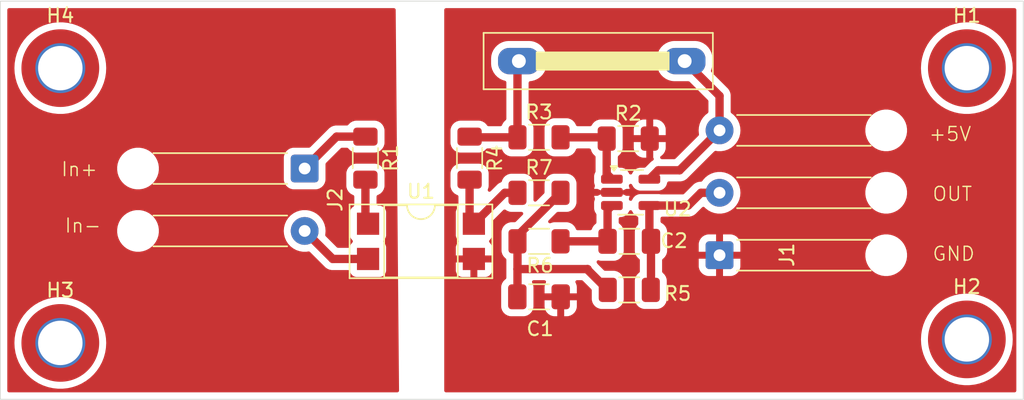
<source format=kicad_pcb>
(kicad_pcb (version 20240108) (generator "pcbnew") (generator_version "8.0")
  (title_block (title "PWM to 0-5Vdc converter") (date "2025-02-03") (comment 1 "Author: Bruno Schwander") (comment 2 "adjust R1 if fan input is different voltage") (comment 3 "by common low frequency 12V PWM fan output of 3Dprinter boards") (comment 4 "intended to be used to speed-control BLDC hair drier fan"))
  (layers (0 "F.Cu" signal) (31 "B.Cu" signal) (34 "B.Paste" user) (35 "F.Paste" user) (36 "B.SilkS" user "B.Silkscreen") (37 "F.SilkS" user "F.Silkscreen") (38 "B.Mask" user) (39 "F.Mask" user) (44 "Edge.Cuts" user))
  (net 0 "")
  (net 1 "GND")
  (net 2 "Net-(C1-Pad1)")
  (net 3 "Net-(U2--)")
  (net 4 "Net-(J1-Pin_2)")
  (net 5 "VCC")
  (net 6 "Net-(J2-Pin_2)")
  (net 7 "Net-(J2-Pin_1)")
  (net 8 "Net-(R1-Pad2)")
  (net 9 "Net-(U2-+)")
  (net 10 "Net-(R4-Pad2)")
  (footprint "Resistor_SMD:R_1206_3216Metric_Pad1.30x1.75mm_HandSolder" (layer "F.Cu") (at 103.075 67.8)
    (property "Reference" "R7" (at 0 -1.82 0) (layer "F.SilkS"))
    (property "Value" "150k" (hide yes))
    (fp_line (start -0.727064 -0.91) (end 0.727064 -0.91) (stroke (width 0.12)) (layer "F.SilkS"))
    (fp_line (start -0.727064 0.91) (end 0.727064 0.91) (stroke (width 0.12)) (layer "F.SilkS"))
    (pad "1" smd roundrect (at -1.55 0) (size 1.3 1.75) (layers "F.Cu" "F.Paste" "F.Mask") (roundrect_rratio 0.192308) (net 10 "Net-(R4-Pad2)"))
    (pad "2" smd roundrect (at 1.55 0) (size 1.3 1.75) (layers "F.Cu" "F.Paste" "F.Mask") (roundrect_rratio 0.192308) (net 2 "Net-(C1-Pad1)"))
  )
  (footprint "MountingHole:MountingHole_3.2mm_M3_DIN965_Pad_TopOnly" (layer "F.Cu") (at 68.605 58.812)
    (property "Reference" "H4" (at 0 -3.8 0) (layer "F.SilkS"))
    (property "Value" "MountingHole_Pad_MP" (hide yes))
    (pad "1" thru_hole circle (at 0 0) (size 3.6 3.6) (drill 3.2) (layers "*.Cu" "*.Mask"))
    (pad "1" connect circle (at 0 0) (size 5.6 5.6) (layers "F.Cu" "F.Mask"))
  )
  (footprint "Resistor_SMD:R_1206_3216Metric_Pad1.30x1.75mm_HandSolder" (layer "F.Cu") (at 103.075 63.8)
    (property "Reference" "R3" (at 0 -1.82 0) (layer "F.SilkS"))
    (property "Value" "100k" (hide yes))
    (fp_line (start -0.727064 -0.91) (end 0.727064 -0.91) (stroke (width 0.12)) (layer "F.SilkS"))
    (fp_line (start -0.727064 0.91) (end 0.727064 0.91) (stroke (width 0.12)) (layer "F.SilkS"))
    (pad "1" smd roundrect (at -1.55 0) (size 1.3 1.75) (layers "F.Cu" "F.Paste" "F.Mask") (roundrect_rratio 0.192308) (net 5 "VCC"))
    (pad "2" smd roundrect (at 1.55 0) (size 1.3 1.75) (layers "F.Cu" "F.Paste" "F.Mask") (roundrect_rratio 0.192308) (net 9 "Net-(U2-+)"))
  )
  (footprint "MountingHole:MountingHole_3.2mm_M3_DIN965_Pad_TopOnly" (layer "F.Cu") (at 68.605 78.624)
    (property "Reference" "H3" (at 0 -3.8 0) (layer "F.SilkS"))
    (property "Value" "MountingHole_Pad_MP" (hide yes))
    (pad "1" thru_hole circle (at 0 0) (size 3.6 3.6) (drill 3.2) (layers "*.Cu" "*.Mask"))
    (pad "1" connect circle (at 0 0) (size 5.6 5.6) (layers "F.Cu" "F.Mask"))
  )
  (footprint "Resistor_SMD:R_1206_3216Metric_Pad1.30x1.75mm_HandSolder" (layer "F.Cu") (at 109.575 74.8)
    (property "Reference" "R5" (at 3.48 0.268 0) (layer "F.SilkS"))
    (property "Value" "150k" (hide yes))
    (fp_line (start -0.727064 -0.91) (end 0.727064 -0.91) (stroke (width 0.12)) (layer "F.SilkS"))
    (fp_line (start -0.727064 0.91) (end 0.727064 0.91) (stroke (width 0.12)) (layer "F.SilkS"))
    (pad "1" smd roundrect (at -1.55 0) (size 1.3 1.75) (layers "F.Cu" "F.Paste" "F.Mask") (roundrect_rratio 0.192308) (net 2 "Net-(C1-Pad1)"))
    (pad "2" smd roundrect (at 1.55 0) (size 1.3 1.75) (layers "F.Cu" "F.Paste" "F.Mask") (roundrect_rratio 0.192308) (net 4 "Net-(J1-Pin_2)"))
  )
  (footprint "Resistor_SMD:R_1206_3216Metric_Pad1.30x1.75mm_HandSolder" (layer "F.Cu") (at 109.499 63.892)
    (property "Reference" "R2" (at 0 -1.82 0) (layer "F.SilkS"))
    (property "Value" "100k" (hide yes))
    (fp_line (start -0.727064 -0.91) (end 0.727064 -0.91) (stroke (width 0.12)) (layer "F.SilkS"))
    (fp_line (start -0.727064 0.91) (end 0.727064 0.91) (stroke (width 0.12)) (layer "F.SilkS"))
    (pad "1" smd roundrect (at -1.55 0) (size 1.3 1.75) (layers "F.Cu" "F.Paste" "F.Mask") (roundrect_rratio 0.192308) (net 9 "Net-(U2-+)"))
    (pad "2" smd roundrect (at 1.55 0) (size 1.3 1.75) (layers "F.Cu" "F.Paste" "F.Mask") (roundrect_rratio 0.192308) (net 1 "GND"))
  )
  (footprint "Connector_Wire:SolderWire-0.25sqmm_1x03_P4.5mm_D0.65mm_OD2mm_Relief" (layer "F.Cu") (at 116.075 72.3 90)
    (property "Reference" "J1" (at 0.026 4.854 90) (layer "F.SilkS"))
    (property "Value" "Conn_01x03_Socket")
    (fp_line (start 10.11 1.26) (end 10.11 10.89) (stroke (width 0.12)) (layer "F.SilkS"))
    (fp_line (start 7.89 1.26) (end 7.89 10.89) (stroke (width 0.12)) (layer "F.SilkS"))
    (fp_line (start 5.61 1.26) (end 5.61 10.89) (stroke (width 0.12)) (layer "F.SilkS"))
    (fp_line (start 3.39 1.26) (end 3.39 10.89) (stroke (width 0.12)) (layer "F.SilkS"))
    (fp_line (start 1.11 1.26) (end 1.11 10.89) (stroke (width 0.12)) (layer "F.SilkS"))
    (fp_line (start -1.11 1.26) (end -1.11 10.89) (stroke (width 0.12)) (layer "F.SilkS"))
    (pad "" np_thru_hole circle (at 0 12 90) (size 2.5 2.5) (drill 2.5) (layers "*.Cu" "*.Mask"))
    (pad "" np_thru_hole circle (at 4.5 12 90) (size 2.5 2.5) (drill 2.5) (layers "*.Cu" "*.Mask"))
    (pad "" np_thru_hole circle (at 9 12 90) (size 2.5 2.5) (drill 2.5) (layers "*.Cu" "*.Mask"))
    (pad "1" thru_hole roundrect (at 0 0 90) (size 2 2) (drill 0.85) (layers "*.Cu" "*.Mask") (roundrect_rratio 0.125) (net 1 "GND"))
    (pad "2" thru_hole circle (at 4.5 0 90) (size 2 2) (drill 0.85) (layers "*.Cu" "*.Mask") (net 4 "Net-(J1-Pin_2)"))
    (pad "3" thru_hole circle (at 9 0 90) (size 2 2) (drill 0.85) (layers "*.Cu" "*.Mask") (net 5 "VCC"))
  )
  (footprint "kicad_libraries:Jumper-Wire_12mm_Blue" (layer "F.Cu") (at 101.625 58.304)
    (property "Reference" "JP1" (hide yes))
    (property "Value" "Jumper_2_Bridged")
    (fp_line (start -2.54 -2.032) (end 13.97 -2.032) (stroke (width 0.12)) (layer "F.SilkS"))
    (fp_line (start -2.54 2.032) (end -2.54 -2.032) (stroke (width 0.12)) (layer "F.SilkS"))
    (fp_line (start 13.97 -2.032) (end 13.97 2.032) (stroke (width 0.12)) (layer "F.SilkS"))
    (fp_line (start 13.97 2.032) (end -2.54 2.032) (stroke (width 0.12)) (layer "F.SilkS"))
    (fp_poly (pts (xy 10.795 0.635) (xy 1.27 0.635) (xy 1.27 -0.635) (xy 10.795 -0.635)) (stroke (width 0.1)) (fill solid) (layer "F.SilkS"))
    (pad "1" thru_hole roundrect (at 0 0) (size 3 1.9) (drill 1) (layers "*.Cu") (roundrect_rratio 0.421) (net 5 "VCC"))
    (pad "2" thru_hole roundrect (at 11.938 0) (size 3 1.9) (drill 1) (layers "*.Cu") (roundrect_rratio 0.421) (net 5 "VCC"))
  )
  (footprint "MountingHole:MountingHole_3.2mm_M3_DIN965_Pad_TopOnly" (layer "F.Cu") (at 133.883 58.812)
    (property "Reference" "H1" (at 0 -3.8 0) (layer "F.SilkS"))
    (property "Value" "MountingHole_Pad_MP" (hide yes))
    (pad "1" thru_hole circle (at 0 0) (size 3.6 3.6) (drill 3.2) (layers "*.Cu" "*.Mask"))
    (pad "1" connect circle (at 0 0) (size 5.6 5.6) (layers "F.Cu" "F.Mask"))
  )
  (footprint "MountingHole:MountingHole_3.2mm_M3_DIN965_Pad_TopOnly" (layer "F.Cu") (at 133.883 78.37)
    (property "Reference" "H2" (at 0 -3.8 0) (layer "F.SilkS"))
    (property "Value" "MountingHole_Pad_MP" (hide yes))
    (pad "1" thru_hole circle (at 0 0) (size 3.6 3.6) (drill 3.2) (layers "*.Cu" "*.Mask"))
    (pad "1" connect circle (at 0 0) (size 5.6 5.6) (layers "F.Cu" "F.Mask"))
  )
  (footprint "Resistor_SMD:R_1206_3216Metric_Pad1.30x1.75mm_HandSolder" (layer "F.Cu") (at 90.575 65.3 -90)
    (property "Reference" "R1" (at 0 -1.82 90) (layer "F.SilkS"))
    (property "Value" "550" (hide yes))
    (fp_line (start -0.727064 0.91) (end 0.727064 0.91) (stroke (width 0.12)) (layer "F.SilkS"))
    (fp_line (start -0.727064 -0.91) (end 0.727064 -0.91) (stroke (width 0.12)) (layer "F.SilkS"))
    (pad "1" smd roundrect (at -1.55 0 270) (size 1.3 1.75) (layers "F.Cu" "F.Paste" "F.Mask") (roundrect_rratio 0.192308) (net 7 "Net-(J2-Pin_1)"))
    (pad "2" smd roundrect (at 1.55 0 270) (size 1.3 1.75) (layers "F.Cu" "F.Paste" "F.Mask") (roundrect_rratio 0.192308) (net 8 "Net-(R1-Pad2)"))
  )
  (footprint "Capacitor_SMD:C_1206_3216Metric_Pad1.33x1.80mm_HandSolder" (layer "F.Cu") (at 109.575 71.3)
    (property "Reference" "C2" (at 3.226 -0.042 0) (layer "F.SilkS"))
    (property "Value" "68nF" (hide yes))
    (fp_line (start -0.711252 -0.91) (end 0.711252 -0.91) (stroke (width 0.12)) (layer "F.SilkS"))
    (fp_line (start -0.711252 0.91) (end 0.711252 0.91) (stroke (width 0.12)) (layer "F.SilkS"))
    (pad "1" smd roundrect (at -1.5625 0) (size 1.325 1.8) (layers "F.Cu" "F.Paste" "F.Mask") (roundrect_rratio 0.188679) (net 3 "Net-(U2--)"))
    (pad "2" smd roundrect (at 1.5625 0) (size 1.325 1.8) (layers "F.Cu" "F.Paste" "F.Mask") (roundrect_rratio 0.188679) (net 4 "Net-(J1-Pin_2)"))
  )
  (footprint "Package_TO_SOT_SMD:SOT-23-5_HandSoldering" (layer "F.Cu") (at 109.673 67.768)
    (property "Reference" "U2" (at 3.382 1.204 0) (layer "F.SilkS"))
    (property "Value" "LMV321")
    (fp_line (start -0.9 1.61) (end 0.9 1.61) (stroke (width 0.12)) (layer "F.SilkS"))
    (fp_line (start 0.1 -1.61) (end -0.7 -1.61) (stroke (width 0.12)) (layer "F.SilkS"))
    (fp_line (start 0.1 -1.61) (end 0.9 -1.61) (stroke (width 0.12)) (layer "F.SilkS"))
    (fp_poly (pts (xy -1.2 -1.56) (xy -1.44 -1.89) (xy -0.96 -1.89) (xy -1.2 -1.56)) (stroke (width 0.12)) (fill solid) (layer "F.SilkS"))
    (pad "1" smd roundrect (at -1.35 -0.95) (size 1.56 0.65) (layers "F.Cu" "F.Paste" "F.Mask") (net 9 "Net-(U2-+)"))
    (pad "2" smd roundrect (at -1.35 0) (size 1.56 0.65) (layers "F.Cu" "F.Paste" "F.Mask") (net 1 "GND"))
    (pad "3" smd roundrect (at -1.35 0.95) (size 1.56 0.65) (layers "F.Cu" "F.Paste" "F.Mask") (net 3 "Net-(U2--)"))
    (pad "4" smd roundrect (at 1.35 0.95) (size 1.56 0.65) (layers "F.Cu" "F.Paste" "F.Mask") (net 4 "Net-(J1-Pin_2)"))
    (pad "5" smd roundrect (at 1.35 -0.95) (size 1.56 0.65) (layers "F.Cu" "F.Paste" "F.Mask") (net 5 "VCC"))
  )
  (footprint "Resistor_SMD:R_1206_3216Metric_Pad1.30x1.75mm_HandSolder" (layer "F.Cu") (at 103.075 71.3)
    (property "Reference" "R6" (at 0.074 1.736 0) (layer "F.SilkS"))
    (property "Value" "82k" (hide yes))
    (fp_line (start -0.727064 -0.91) (end 0.727064 -0.91) (stroke (width 0.12)) (layer "F.SilkS"))
    (fp_line (start -0.727064 0.91) (end 0.727064 0.91) (stroke (width 0.12)) (layer "F.SilkS"))
    (pad "1" smd roundrect (at -1.55 0) (size 1.3 1.75) (layers "F.Cu" "F.Paste" "F.Mask") (roundrect_rratio 0.192308) (net 2 "Net-(C1-Pad1)"))
    (pad "2" smd roundrect (at 1.55 0) (size 1.3 1.75) (layers "F.Cu" "F.Paste" "F.Mask") (roundrect_rratio 0.192308) (net 3 "Net-(U2--)"))
  )
  (footprint "Package_DIP:DIP-4_W7.62mm_SMDSocket_SmallPads" (layer "F.Cu") (at 94.575 71.3)
    (property "Reference" "U1" (at 0 -3.6 0) (layer "F.SilkS"))
    (property "Value" "EL817")
    (fp_line (start -5.14 -2.66) (end -5.14 2.66) (stroke (width 0.12)) (layer "F.SilkS"))
    (fp_line (start -5.14 2.66) (end 5.14 2.66) (stroke (width 0.12)) (layer "F.SilkS"))
    (fp_line (start -2.65 -2.6) (end -2.65 2.6) (stroke (width 0.12)) (layer "F.SilkS"))
    (fp_line (start -2.65 2.6) (end 2.65 2.6) (stroke (width 0.12)) (layer "F.SilkS"))
    (fp_line (start -1 -2.6) (end -2.65 -2.6) (stroke (width 0.12)) (layer "F.SilkS"))
    (fp_line (start 2.65 -2.6) (end 1 -2.6) (stroke (width 0.12)) (layer "F.SilkS"))
    (fp_line (start 2.65 2.6) (end 2.65 -2.6) (stroke (width 0.12)) (layer "F.SilkS"))
    (fp_line (start 5.14 -2.66) (end -5.14 -2.66) (stroke (width 0.12)) (layer "F.SilkS"))
    (fp_line (start 5.14 2.66) (end 5.14 -2.66) (stroke (width 0.12)) (layer "F.SilkS"))
    (fp_arc (start 1 -2.6) (mid 0 -1.6) (end -1 -2.6) (stroke (width 0.12)) (layer "F.SilkS"))
    (pad "1" smd rect (at -3.81 -1.27) (size 1.6 1.6) (layers "F.Cu" "F.Paste" "F.Mask") (net 8 "Net-(R1-Pad2)"))
    (pad "2" smd rect (at -3.81 1.27) (size 1.6 1.6) (layers "F.Cu" "F.Paste" "F.Mask") (net 6 "Net-(J2-Pin_2)"))
    (pad "3" smd rect (at 3.81 1.27) (size 1.6 1.6) (layers "F.Cu" "F.Paste" "F.Mask") (net 1 "GND"))
    (pad "4" smd rect (at 3.81 -1.27) (size 1.6 1.6) (layers "F.Cu" "F.Paste" "F.Mask") (net 10 "Net-(R4-Pad2)"))
  )
  (footprint "Capacitor_SMD:C_1206_3216Metric_Pad1.33x1.80mm_HandSolder" (layer "F.Cu") (at 103.075 75.3)
    (property "Reference" "C1" (at 0.074 2.308 0) (layer "F.SilkS"))
    (property "Value" "100nF" (hide yes))
    (fp_line (start -0.711252 -0.91) (end 0.711252 -0.91) (stroke (width 0.12)) (layer "F.SilkS"))
    (fp_line (start -0.711252 0.91) (end 0.711252 0.91) (stroke (width 0.12)) (layer "F.SilkS"))
    (pad "1" smd roundrect (at -1.5625 0) (size 1.325 1.8) (layers "F.Cu" "F.Paste" "F.Mask") (roundrect_rratio 0.188679) (net 2 "Net-(C1-Pad1)"))
    (pad "2" smd roundrect (at 1.5625 0) (size 1.325 1.8) (layers "F.Cu" "F.Paste" "F.Mask") (roundrect_rratio 0.188679) (net 1 "GND"))
  )
  (footprint "Connector_Wire:SolderWire-0.25sqmm_1x02_P4.5mm_D0.65mm_OD2mm_Relief" (layer "F.Cu") (at 86.2 66.05 -90)
    (property "Reference" "J2" (at 2.25 -2.2 90) (layer "F.SilkS"))
    (property "Value" "Conn_01x02_Socket")
    (fp_line (start -1.11 1.26) (end -1.11 10.89) (stroke (width 0.12)) (layer "F.SilkS"))
    (fp_line (start 1.11 1.26) (end 1.11 10.89) (stroke (width 0.12)) (layer "F.SilkS"))
    (fp_line (start 3.39 1.26) (end 3.39 10.89) (stroke (width 0.12)) (layer "F.SilkS"))
    (fp_line (start 5.61 1.26) (end 5.61 10.89) (stroke (width 0.12)) (layer "F.SilkS"))
    (pad "" np_thru_hole circle (at 0 12 270) (size 2.5 2.5) (drill 2.5) (layers "*.Cu" "*.Mask"))
    (pad "" np_thru_hole circle (at 4.5 12 270) (size 2.5 2.5) (drill 2.5) (layers "*.Cu" "*.Mask"))
    (pad "1" thru_hole roundrect (at 0 0 270) (size 2 2) (drill 0.85) (layers "*.Cu" "*.Mask") (roundrect_rratio 0.125) (net 7 "Net-(J2-Pin_1)"))
    (pad "2" thru_hole circle (at 4.5 0 270) (size 2 2) (drill 0.85) (layers "*.Cu" "*.Mask") (net 6 "Net-(J2-Pin_2)"))
  )
  (footprint "Resistor_SMD:R_1206_3216Metric_Pad1.30x1.75mm_HandSolder" (layer "F.Cu") (at 98.075 65.3 -90)
    (property "Reference" "R4" (at 0 -1.82 90) (layer "F.SilkS"))
    (property "Value" "1k" (hide yes))
    (fp_line (start -0.727064 0.91) (end 0.727064 0.91) (stroke (width 0.12)) (layer "F.SilkS"))
    (fp_line (start -0.727064 -0.91) (end 0.727064 -0.91) (stroke (width 0.12)) (layer "F.SilkS"))
    (pad "1" smd roundrect (at -1.55 0 270) (size 1.3 1.75) (layers "F.Cu" "F.Paste" "F.Mask") (roundrect_rratio 0.192308) (net 5 "VCC"))
    (pad "2" smd roundrect (at 1.55 0 270) (size 1.3 1.75) (layers "F.Cu" "F.Paste" "F.Mask") (roundrect_rratio 0.192308) (net 10 "Net-(R4-Pad2)"))
  )
  (gr_rect (start 64.287 53.986) (end 137.947 82.688) (stroke (width 0.05)) (fill none) (layer "Edge.Cuts"))
  (gr_text "+5V" (at 131.089 64.146 0) (layer "F.SilkS") (effects (font (size 1 1) (thickness 0.1)) (justify left bottom)))
  (gr_text "GND" (at 131.343 72.782 0) (layer "F.SilkS") (effects (font (size 1 1) (thickness 0.1)) (justify left bottom)))
  (gr_text "In-" (at 68.859 70.75 0) (layer "F.SilkS") (effects (font (size 1 1) (thickness 0.1)) (justify left bottom)))
  (gr_text "In+" (at 68.605 66.686 0) (layer "F.SilkS") (effects (font (size 1 1) (thickness 0.1)) (justify left bottom)))
  (gr_text "OUT" (at 131.343 68.464 0) (layer "F.SilkS") (effects (font (size 1 1) (thickness 0.1)) (justify left bottom)))
  (segment (start 106.575 73.35) (end 106.575 73.3) (width 0.6) (layer "F.Cu") (net 2))
  (segment (start 108.025 74.8) (end 106.575 73.35) (width 0.6) (layer "F.Cu") (net 2))
  (segment (start 106.575 73.3) (end 101.525 73.3) (width 0.6) (layer "F.Cu") (net 2))
  (segment (start 101.525 73.3) (end 101.525 74.7875) (width 0.6) (layer "F.Cu") (net 2))
  (segment (start 101.525 74.7875) (end 101.5125 74.8) (width 0.6) (layer "F.Cu") (net 2))
  (segment (start 101.525 70.9) (end 101.525 71.3) (width 0.6) (layer "F.Cu") (net 2))
  (segment (start 101.525 71.3) (end 101.525 73.3) (width 0.6) (layer "F.Cu") (net 2))
  (segment (start 104.625 67.8) (end 101.525 70.9) (width 0.6) (layer "F.Cu") (net 2))
  (segment (start 108.0125 71.3) (end 104.625 71.3) (width 0.6) (layer "F.Cu") (net 3))
  (segment (start 108.0125 69.0285) (end 108.323 68.718) (width 0.6) (layer "F.Cu") (net 3))
  (segment (start 108.0125 71.3) (end 108.0125 69.0285) (width 0.6) (layer "F.Cu") (net 3))
  (segment (start 111.023 71.1855) (end 111.1375 71.3) (width 0.6) (layer "F.Cu") (net 4))
  (segment (start 113.817 68.718) (end 111.023 68.718) (width 0.6) (layer "F.Cu") (net 4))
  (segment (start 111.023 68.718) (end 111.023 71.1855) (width 0.6) (layer "F.Cu") (net 4))
  (segment (start 116.075 67.8) (end 114.735 67.8) (width 0.6) (layer "F.Cu") (net 4))
  (segment (start 111.1375 71.3) (end 111.1375 74.7875) (width 0.6) (layer "F.Cu") (net 4))
  (segment (start 114.735 67.8) (end 113.817 68.718) (width 0.6) (layer "F.Cu") (net 4))
  (segment (start 111.1375 74.7875) (end 111.125 74.8) (width 0.6) (layer "F.Cu") (net 4))
  (segment (start 98.125 63.8) (end 98.075 63.75) (width 0.6) (layer "F.Cu") (net 5))
  (segment (start 116.075 60.816) (end 113.563 58.304) (width 0.6) (layer "F.Cu") (net 5))
  (segment (start 116.075 60.816) (end 116.075 62.5) (width 0.6) (layer "F.Cu") (net 5))
  (segment (start 101.525 63.8) (end 98.125 63.8) (width 0.6) (layer "F.Cu") (net 5))
  (segment (start 111.663 66.178) (end 111.023 66.818) (width 0.6) (layer "F.Cu") (net 5))
  (segment (start 113.197 66.178) (end 111.663 66.178) (width 0.6) (layer "F.Cu") (net 5))
  (segment (start 116.075 63.3) (end 113.197 66.178) (width 0.6) (layer "F.Cu") (net 5))
  (segment (start 101.525 63.8) (end 101.525 58.404) (width 0.6) (layer "F.Cu") (net 5))
  (segment (start 101.525 58.404) (end 101.625 58.304) (width 0.6) (layer "F.Cu") (net 5))
  (segment (start 113.563 58.304) (end 101.625 58.304) (width 0.6) (layer "B.Cu") (net 5))
  (segment (start 88.22 72.57) (end 90.765 72.57) (width 0.6) (layer "F.Cu") (net 6))
  (segment (start 86.2 70.55) (end 88.22 72.57) (width 0.6) (layer "F.Cu") (net 6))
  (segment (start 88.5 63.75) (end 86.2 66.05) (width 0.6) (layer "F.Cu") (net 7))
  (segment (start 90.575 63.75) (end 88.5 63.75) (width 0.6) (layer "F.Cu") (net 7))
  (segment (start 90.575 66.85) (end 90.575 69.84) (width 0.6) (layer "F.Cu") (net 8))
  (segment (start 90.575 69.84) (end 90.765 70.03) (width 0.6) (layer "F.Cu") (net 8))
  (segment (start 104.625 63.8) (end 108.025 63.8) (width 0.6) (layer "F.Cu") (net 9))
  (segment (start 107.949 63.892) (end 107.949 66.444) (width 0.6) (layer "F.Cu") (net 9))
  (segment (start 107.949 66.444) (end 108.323 66.818) (width 0.6) (layer "F.Cu") (net 9))
  (segment (start 100.615 67.8) (end 98.385 70.03) (width 0.6) (layer "F.Cu") (net 10))
  (segment (start 101.525 67.8) (end 100.615 67.8) (width 0.6) (layer "F.Cu") (net 10))
  (segment (start 98.075 66.85) (end 98.075 69.72) (width 0.6) (layer "F.Cu") (net 10))
  (segment (start 98.075 69.72) (end 98.385 70.03) (width 0.6) (layer "F.Cu") (net 10))
  (zone (net 1) (net_name "GND") (layer "F.Cu") (priority 1) (connect_pads (clearance 0.5)) (min_thickness 0.25) (fill yes (thermal_gap 0.5) (thermal_bridge_width 0.5))
    (polygon (pts (xy 138 54) (xy 138 82.75) (xy 96.25 82.5) (xy 96.25 54)))
  )
  (zone (net 1) (net_name "GND") (layer "F.Cu") (connect_pads (clearance 0.5)) (min_thickness 0.25) (fill yes (thermal_gap 0.5) (thermal_bridge_width 0.5))
    (polygon (pts (xy 92.75 54) (xy 64.287 53.986) (xy 64.287 82.688) (xy 93 82.5)))
  )
)
</source>
